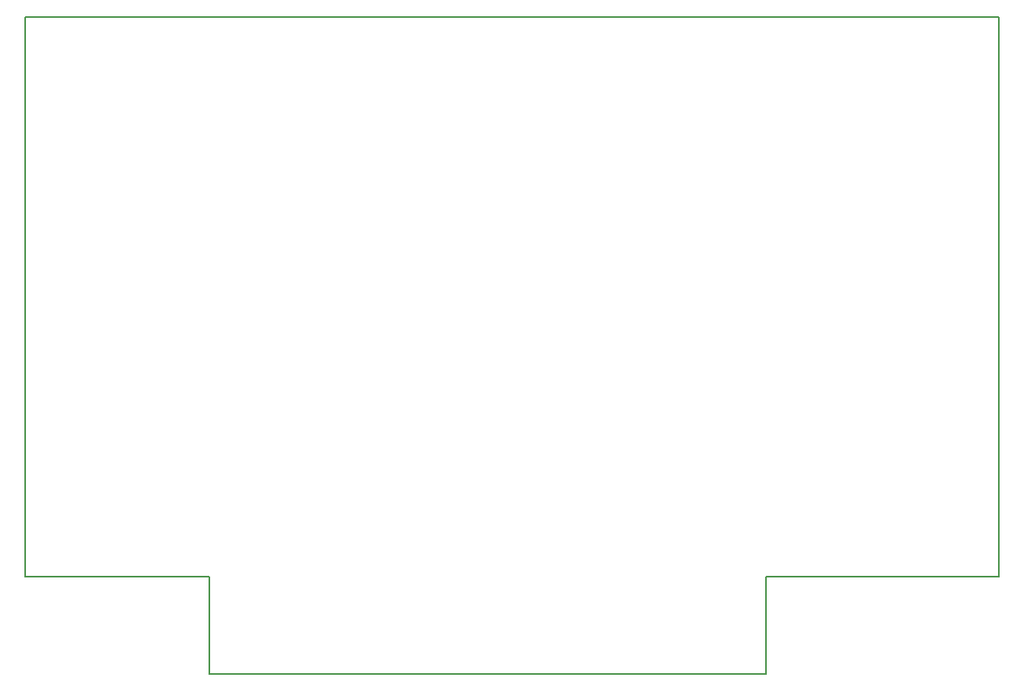
<source format=gbr>
G04 #@! TF.GenerationSoftware,KiCad,Pcbnew,5.0.2-bee76a0~70~ubuntu18.04.1*
G04 #@! TF.CreationDate,2019-10-20T22:12:44-04:00*
G04 #@! TF.ProjectId,Stepper Driver Card,53746570-7065-4722-9044-726976657220,rev?*
G04 #@! TF.SameCoordinates,Original*
G04 #@! TF.FileFunction,Profile,NP*
%FSLAX46Y46*%
G04 Gerber Fmt 4.6, Leading zero omitted, Abs format (unit mm)*
G04 Created by KiCad (PCBNEW 5.0.2-bee76a0~70~ubuntu18.04.1) date Sun 20 Oct 2019 10:12:44 PM EDT*
%MOMM*%
%LPD*%
G01*
G04 APERTURE LIST*
%ADD10C,0.150000*%
%ADD11C,0.200000*%
G04 APERTURE END LIST*
D10*
X86360000Y-53340000D02*
X86360000Y-111760000D01*
X187960000Y-53340000D02*
X86360000Y-53340000D01*
X187960000Y-111760000D02*
X187960000Y-53340000D01*
X105587800Y-111760000D02*
X86360000Y-111760000D01*
X163652200Y-111760000D02*
X187960000Y-111760000D01*
D11*
X105587800Y-111760000D02*
X105587800Y-121920000D01*
X163652200Y-111760000D02*
X163652200Y-121920000D01*
X105587800Y-121920000D02*
X163652200Y-121920000D01*
M02*

</source>
